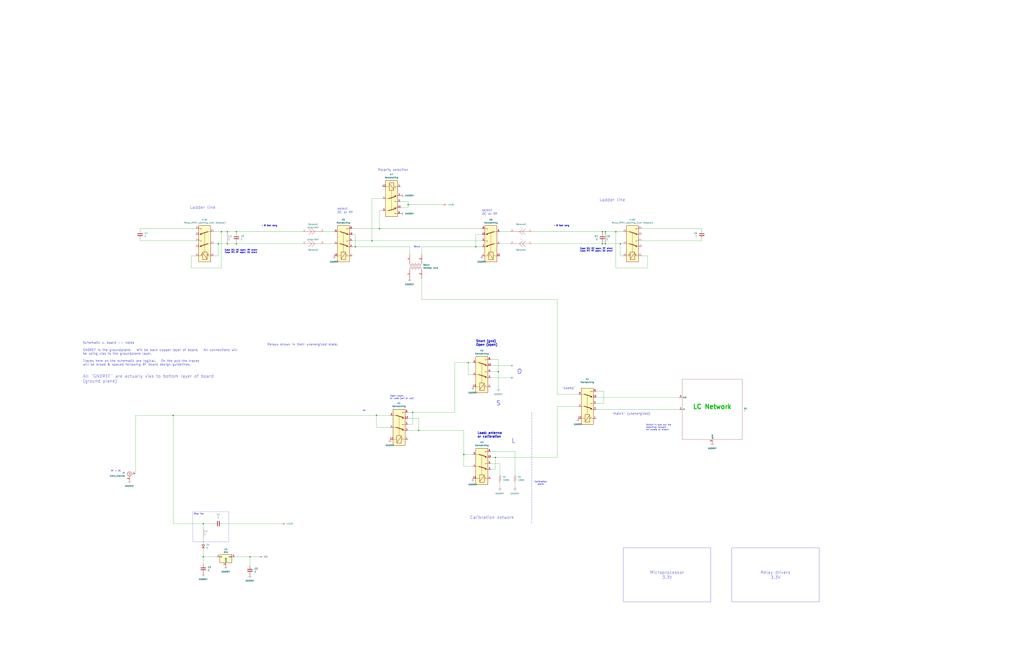
<source format=kicad_sch>
(kicad_sch (version 20250114) (generator "eeschema") (generator_version "9.0")
  (paper "D")
  (title_block (title "Gap Dipole") (comment 1 "Working on it"))
  (lib_symbols
    (symbol "Connector:Conn_Coaxial" (pin_names (offset 1.016) (hide yes))
      (property "Reference" "J" (at 0.254 3.048 0))
      (property "Value" "Conn_Coaxial" (at 2.921 0 90))
      (symbol "Conn_Coaxial_0_1"
        (polyline (pts (xy -2.54 0) (xy -0.508 0)))
        (arc (start 1.778 0) (mid 0.222 -1.8079) (end -1.778 -0.508) (stroke (width 0.254)))
        (arc (start -1.778 0.508) (mid 0.2221 1.8084) (end 1.778 0) (stroke (width 0.254)))
        (circle (center 0 0) (radius 0.508) (stroke (width 0.2032)))
        (polyline (pts (xy 0 -2.54) (xy 0 -1.778)))
      )
      (symbol "Conn_Coaxial_1_1"
        (pin passive line (at -5.08 0 0) (length 2.54) (name "In") (number "1"))
        (pin passive line (at 0 -5.08 90) (length 2.54) (name "Ext") (number "2"))
      )
    )
    (symbol "Device:C" (pin_numbers (hide yes)) (pin_names (offset 0.254))
      (property "Reference" "C" (at 0.635 2.54 0))
      (property "Value" "C" (at 0.635 -2.54 0))
      (symbol "C_0_1"
        (polyline (pts (xy -2.032 0.762) (xy 2.032 0.762)) (stroke (width 0.508)))
        (polyline (pts (xy -2.032 -0.762) (xy 2.032 -0.762)) (stroke (width 0.508)))
      )
      (symbol "C_1_1"
        (pin passive line (at 0 3.81 270) (length 2.794) (name "~") (number "1"))
        (pin passive line (at 0 -3.81 90) (length 2.794) (name "~") (number "2"))
      )
    )
    (symbol "Device:D" (pin_numbers (hide yes)) (pin_names (offset 1.016) (hide yes))
      (property "Reference" "D" (at 0 2.54 0))
      (property "Value" "D" (at 0 -2.54 0))
      (symbol "D_0_1"
        (polyline (pts (xy -1.27 1.27) (xy -1.27 -1.27)) (stroke (width 0.254)))
        (polyline (pts (xy 1.27 1.27) (xy 1.27 -1.27) (xy -1.27 0) (xy 1.27 1.27)) (stroke (width 0.254)))
        (polyline (pts (xy 1.27 0) (xy -1.27 0)))
      )
      (symbol "D_1_1"
        (pin passive line (at -3.81 0 0) (length 2.54) (name "K") (number "1"))
        (pin passive line (at 3.81 0 180) (length 2.54) (name "A") (number "2"))
      )
    )
    (symbol "Device:L" (pin_numbers (hide yes)) (pin_names (offset 1.016) (hide yes))
      (property "Reference" "L" (at -1.27 0 90))
      (property "Value" "L" (at 1.905 0 90))
      (symbol "L_0_1"
        (arc (start 0 2.54) (mid 0.6323 1.905) (end 0 1.27))
        (arc (start 0 1.27) (mid 0.6323 0.635) (end 0 0))
        (arc (start 0 0) (mid 0.6323 -0.635) (end 0 -1.27))
        (arc (start 0 -1.27) (mid 0.6323 -1.905) (end 0 -2.54))
      )
      (symbol "L_1_1"
        (pin passive line (at 0 3.81 270) (length 1.27) (name "1") (number "1"))
        (pin passive line (at 0 -3.81 90) (length 1.27) (name "2") (number "2"))
      )
    )
    (symbol "Device:R_US" (pin_numbers (hide yes)) (pin_names (offset 0))
      (property "Reference" "R" (at 2.54 0 90))
      (property "Value" "R_US" (at -2.54 0 90))
      (symbol "R_US_0_1"
        (polyline (pts (xy 0 2.286) (xy 0 2.54)))
        (polyline (pts (xy 0 2.286) (xy 1.016 1.905) (xy 0 1.524) (xy -1.016 1.143) (xy 0 0.762)))
        (polyline (pts (xy 0 0.762) (xy 1.016 0.381) (xy 0 0) (xy -1.016 -0.381) (xy 0 -0.762)))
        (polyline (pts (xy 0 -0.762) (xy 1.016 -1.143) (xy 0 -1.524) (xy -1.016 -1.905) (xy 0 -2.286)))
        (polyline (pts (xy 0 -2.286) (xy 0 -2.54)))
      )
      (symbol "R_US_1_1"
        (pin passive line (at 0 3.81 270) (length 1.27) (name "~") (number "1"))
        (pin passive line (at 0 -3.81 90) (length 1.27) (name "~") (number "2"))
      )
    )
    (symbol "Device:Transformer_1P_1S" (pin_names (offset 1.016) (hide yes))
      (property "Reference" "T" (at 0 6.35 0))
      (property "Value" "Transformer_1P_1S" (at 0 -7.62 0))
      (symbol "Transformer_1P_1S_0_1"
        (arc (start -1.27 3.81) (mid -1.656 2.9336) (end -2.54 2.5654))
        (arc (start -1.27 1.27) (mid -1.656 0.3936) (end -2.54 0.0254))
        (arc (start -1.27 -1.27) (mid -1.656 -2.1464) (end -2.54 -2.5146))
        (arc (start -1.27 -3.81) (mid -1.656 -4.6864) (end -2.54 -5.0546))
        (arc (start -2.54 5.08) (mid -1.642 4.708) (end -1.27 3.81))
        (arc (start -2.54 2.54) (mid -1.642 2.168) (end -1.27 1.27))
        (arc (start -2.54 0) (mid -1.642 -0.372) (end -1.27 -1.27))
        (arc (start -2.54 -2.54) (mid -1.642 -2.912) (end -1.27 -3.81))
        (polyline (pts (xy -0.635 5.08) (xy -0.635 -5.08)))
        (polyline (pts (xy 0.635 -5.08) (xy 0.635 5.08)))
        (arc (start 1.2954 3.81) (mid 1.6457 4.7117) (end 2.54 5.08))
        (arc (start 1.2954 1.27) (mid 1.6457 2.1717) (end 2.54 2.54))
        (arc (start 1.2954 -1.27) (mid 1.6457 -0.3683) (end 2.54 0))
        (arc (start 2.54 2.5654) (mid 1.6599 2.9299) (end 1.2954 3.81))
        (arc (start 2.54 0.0254) (mid 1.6599 0.3899) (end 1.2954 1.27))
        (arc (start 2.54 -2.5146) (mid 1.6599 -2.1501) (end 1.2954 -1.27))
        (arc (start 1.3208 -3.81) (mid 1.6711 -2.9085) (end 2.5654 -2.54))
        (arc (start 2.5654 -5.0546) (mid 1.6851 -4.6902) (end 1.3208 -3.81))
      )
      (symbol "Transformer_1P_1S_1_1"
        (pin passive line (at -10.16 5.08 0) (length 7.62) (name "AA") (number "1"))
        (pin passive line (at -10.16 -5.08 0) (length 7.62) (name "AB") (number "2"))
        (pin passive line (at 10.16 5.08 180) (length 7.62) (name "SB") (number "4"))
        (pin passive line (at 10.16 -5.08 180) (length 7.62) (name "SA") (number "3"))
      )
    )
    (symbol "GapDipoleSymbols:Banana"
      (property "Reference" "Banana" (at 0 0 0))
      (symbol "Banana_0_1"
        (polyline (pts (xy -5.08 -5.08) (xy 7.62 -5.08)))
        (polyline (pts (xy 0 -5.08) (xy -2.54 -2.54)))
        (polyline (pts (xy 0 -5.08) (xy -2.54 -7.62)))
        (polyline (pts (xy 2.54 -5.08) (xy 0 -2.54)))
        (polyline (pts (xy 2.54 -5.08) (xy 0 -7.62)))
      )
      (symbol "Banana_1_1"
        (pin bidirectional line (at -7.62 -5.08 0) (length 2.54) (name "") (number "1"))
        (pin bidirectional line (at 10.16 -5.08 180) (length 2.54) (name "") (number "2"))
      )
    )
    (symbol "GapDipoleSymbols:Generic_device"
      (property "Reference" "G1" (at 26.67 0.6351 0))
      (property "Value" "~" (at 26.67 -1.27 0))
      (symbol "Generic_device_0_1"
        (rectangle (start -25.4 25.4) (end 25.4 -25.4))
      )
      (symbol "Generic_device_1_1"
        (text "LC Network" (at 0 2.286 0) (effects (font (size 3.81 3.81) (thickness 0.762) (bold yes))))
        (pin output line (at -27.94 10.16 0) (length 2.54) (name "out") (number "2"))
        (pin input line (at -27.94 0 0) (length 2.54) (name "in") (number "1"))
        (pin bidirectional line (at 0 -27.94 90) (length 2.54) (name "gnd") (number "3"))
      )
    )
    (symbol "Regulator_Linear:LM7805_TO220" (pin_names (offset 0.254))
      (property "Reference" "U" (at -3.81 3.175 0))
      (property "Value" "LM7805_TO220" (at 0 3.175 0))
      (symbol "LM7805_TO220_0_1"
        (rectangle (start -5.08 1.905) (end 5.08 -5.08) (stroke (width 0.254)) (fill (type background)))
      )
      (symbol "LM7805_TO220_1_1"
        (pin power_in line (at -7.62 0 0) (length 2.54) (name "VI") (number "1"))
        (pin power_in line (at 0 -7.62 90) (length 2.54) (name "GND") (number "2"))
        (pin power_out line (at 7.62 0 180) (length 2.54) (name "VO") (number "3"))
      )
    )
    (symbol "Relay:EC2-3NU"
      (property "Reference" "K" (at 15.24 8.89 0))
      (property "Value" "EC2-3NU" (at 19.05 6.35 0))
      (symbol "EC2-3NU_1_1"
        (rectangle (start -15.24 5.08) (end 15.24 -5.08) (stroke (width 0.254)) (fill (type background)))
        (rectangle (start -13.335 1.905) (end -6.985 -1.905) (stroke (width 0.254)))
        (polyline (pts (xy -12.7 -1.905) (xy -7.62 1.905)) (stroke (width 0.254)))
        (polyline (pts (xy -10.16 5.08) (xy -10.16 1.905)))
        (polyline (pts (xy -10.16 -5.08) (xy -10.16 -1.905)))
        (polyline (pts (xy -6.985 0) (xy -6.35 0)) (stroke (width 0.254)))
        (polyline (pts (xy -5.715 0) (xy -5.08 0)) (stroke (width 0.254)))
        (polyline (pts (xy -4.445 0) (xy -3.81 0)) (stroke (width 0.254)))
        (polyline (pts (xy -3.175 0) (xy -2.54 0)) (stroke (width 0.254)))
        (polyline (pts (xy -2.54 5.08) (xy -2.54 2.54) (xy -1.905 3.175) (xy -2.54 3.81)) (fill (type outline)))
        (polyline (pts (xy -1.905 0) (xy -1.27 0)) (stroke (width 0.254)))
        (polyline (pts (xy -0.635 0) (xy 0 0)) (stroke (width 0.254)))
        (polyline (pts (xy 0 -2.54) (xy -1.905 3.81)) (stroke (width 0.508)))
        (polyline (pts (xy 0 -2.54) (xy 0 -5.08)))
        (polyline (pts (xy 0.635 0) (xy 1.27 0)) (stroke (width 0.254)))
        (polyline (pts (xy 1.905 0) (xy 2.54 0)) (stroke (width 0.254)))
        (polyline (pts (xy 2.54 5.08) (xy 2.54 2.54) (xy 1.905 3.175) (xy 2.54 3.81)))
        (polyline (pts (xy 3.175 0) (xy 3.81 0)) (stroke (width 0.254)))
        (polyline (pts (xy 4.445 0) (xy 5.08 0)) (stroke (width 0.254)))
        (polyline (pts (xy 5.715 0) (xy 6.35 0)) (stroke (width 0.254)))
        (polyline (pts (xy 6.985 0) (xy 7.62 0)) (stroke (width 0.254)))
        (polyline (pts (xy 7.62 5.08) (xy 7.62 2.54) (xy 8.255 3.175) (xy 7.62 3.81)) (fill (type outline)))
        (polyline (pts (xy 8.255 0) (xy 8.89 0)) (stroke (width 0.254)))
        (polyline (pts (xy 10.16 -2.54) (xy 8.255 3.81)) (stroke (width 0.508)))
        (polyline (pts (xy 10.16 -2.54) (xy 10.16 -5.08)))
        (polyline (pts (xy 12.7 5.08) (xy 12.7 2.54) (xy 12.065 3.175) (xy 12.7 3.81)))
        (text "+" (at -9.271 2.921 0) (effects (font (size 1.27 1.27))))
        (pin passive line (at -10.16 7.62 270) (length 2.54) (name "~") (number "1"))
        (pin passive line (at -10.16 -7.62 90) (length 2.54) (name "~") (number "12"))
        (pin passive line (at -2.54 7.62 270) (length 2.54) (name "~") (number "3"))
        (pin passive line (at 0 -7.62 90) (length 2.54) (name "~") (number "4"))
        (pin passive line (at 2.54 7.62 270) (length 2.54) (name "~") (number "5"))
        (pin passive line (at 7.62 7.62 270) (length 2.54) (name "~") (number "10"))
        (pin passive line (at 10.16 -7.62 90) (length 2.54) (name "~") (number "9"))
        (pin passive line (at 12.7 7.62 270) (length 2.54) (name "~") (number "8"))
      )
    )
    (symbol "Relay:Relay_DPDT_Latching_1coil"
      (property "Reference" "K" (at 16.51 3.81 0))
      (property "Value" "Relay_DPDT_Latching_1coil" (at 16.51 1.27 0))
      (symbol "Relay_DPDT_Latching_1coil_0_1"
        (rectangle (start -13.335 1.905) (end -6.985 -1.905) (stroke (width 0.254)))
        (polyline (pts (xy -12.7 -1.905) (xy -7.62 1.905)) (stroke (width 0.254)))
        (polyline (pts (xy -10.16 5.08) (xy -10.16 1.905)))
        (polyline (pts (xy -10.16 -5.08) (xy -10.16 -1.905)))
        (polyline (pts (xy -6.985 0) (xy -6.35 0)) (stroke (width 0.254)))
        (polyline (pts (xy -5.715 0) (xy -5.08 0)) (stroke (width 0.254)))
        (polyline (pts (xy -4.445 0) (xy -3.81 0)) (stroke (width 0.254)))
        (polyline (pts (xy -3.175 0) (xy -2.54 0)) (stroke (width 0.254)))
        (polyline (pts (xy -2.54 5.08) (xy -2.54 2.54) (xy -1.905 3.175) (xy -2.54 3.81)) (fill (type outline)))
        (polyline (pts (xy -1.905 0) (xy -1.27 0)) (stroke (width 0.254)))
        (polyline (pts (xy -0.635 0) (xy 0 0)) (stroke (width 0.254)))
        (polyline (pts (xy 0 -2.54) (xy -1.905 3.81)) (stroke (width 0.508)))
        (polyline (pts (xy 0 -2.54) (xy 0 -5.08)))
        (polyline (pts (xy 0.635 0) (xy 1.27 0)) (stroke (width 0.254)))
        (polyline (pts (xy 1.905 0) (xy 2.54 0)) (stroke (width 0.254)))
        (polyline (pts (xy 2.54 5.08) (xy 2.54 2.54) (xy 1.905 3.175) (xy 2.54 3.81)))
        (polyline (pts (xy 3.175 0) (xy 3.81 0)) (stroke (width 0.254)))
        (polyline (pts (xy 4.445 0) (xy 5.08 0)) (stroke (width 0.254)))
        (polyline (pts (xy 5.715 0) (xy 6.35 0)) (stroke (width 0.254)))
        (polyline (pts (xy 6.985 0) (xy 7.62 0)) (stroke (width 0.254)))
        (polyline (pts (xy 7.62 5.08) (xy 7.62 2.54) (xy 8.255 3.175) (xy 7.62 3.81)) (fill (type outline)))
        (polyline (pts (xy 8.255 0) (xy 8.89 0)) (stroke (width 0.254)))
        (polyline (pts (xy 10.16 -2.54) (xy 8.255 3.81)) (stroke (width 0.508)))
        (polyline (pts (xy 10.16 -2.54) (xy 10.16 -5.08)))
        (polyline (pts (xy 12.7 5.08) (xy 12.7 2.54) (xy 12.065 3.175) (xy 12.7 3.81)))
      )
      (symbol "Relay_DPDT_Latching_1coil_1_0"
        (text "S+" (at -8.89 2.794 0) (effects (font (size 0.762 0.762))))
        (text "R+" (at -8.89 -2.794 0) (effects (font (size 0.762 0.762))))
      )
      (symbol "Relay_DPDT_Latching_1coil_1_1"
        (rectangle (start -15.24 5.08) (end 15.24 -5.08) (stroke (width 0.254)) (fill (type background)))
        (pin passive line (at -10.16 7.62 270) (length 2.54) (name "~") (number "A1"))
        (pin passive line (at -10.16 -7.62 90) (length 2.54) (name "~") (number "A2"))
        (pin passive line (at -2.54 7.62 270) (length 2.54) (name "~") (number "12"))
        (pin passive line (at 0 -7.62 90) (length 2.54) (name "~") (number "11"))
        (pin passive line (at 2.54 7.62 270) (length 2.54) (name "~") (number "14"))
        (pin passive line (at 7.62 7.62 270) (length 2.54) (name "~") (number "22"))
        (pin passive line (at 10.16 -7.62 90) (length 2.54) (name "~") (number "21"))
        (pin passive line (at 12.7 7.62 270) (length 2.54) (name "~") (number "24"))
      )
    )
    (symbol "power:+3.3V" (power) (pin_numbers (hide yes)) (pin_names (offset 0) (hide yes))
      (property "Value" "+3.3V" (at 0 3.556 0))
      (symbol "+3.3V_0_1"
        (polyline (pts (xy -0.762 1.27) (xy 0 2.54)))
        (polyline (pts (xy 0 2.54) (xy 0.762 1.27)))
        (polyline (pts (xy 0 0) (xy 0 2.54)))
      )
      (symbol "+3.3V_1_1"
        (pin power_in line (at 0 0 90) (length 0) (name "~") (number "1"))
      )
    )
    (symbol "power:GNDREF" (power) (pin_numbers (hide yes)) (pin_names (offset 0) (hide yes))
      (property "Value" "GNDREF" (at 0 -3.81 0))
      (symbol "GNDREF_0_1"
        (polyline (pts (xy -0.635 -1.905) (xy 0.635 -1.905)))
        (polyline (pts (xy -0.127 -2.54) (xy 0.127 -2.54)))
        (polyline (pts (xy 0 -1.27) (xy 0 0)))
        (polyline (pts (xy 1.27 -1.27) (xy -1.27 -1.27)))
      )
      (symbol "GNDREF_1_1"
        (pin power_in line (at 0 0 270) (length 0) (name "~") (number "1"))
      )
    )
    (symbol "power:VDC" (power) (pin_numbers (hide yes)) (pin_names (offset 0) (hide yes))
      (property "Value" "VDC" (at 0 3.556 0))
      (symbol "VDC_0_1"
        (polyline (pts (xy -0.762 1.27) (xy 0 2.54)))
        (polyline (pts (xy 0 2.54) (xy 0.762 1.27)))
        (polyline (pts (xy 0 0) (xy 0 2.54)))
      )
      (symbol "VDC_1_1"
        (pin power_in line (at 0 0 90) (length 0) (name "~") (number "1"))
      )
    )
  )
  (text "Polarity selection" (at 318.77 143.51 0) (effects (font (size 1.905 1.905)) (justify left)))
  (text "Case DC: DC open, RF short\nCase RF: RF open, DC short" (at 502.92 210.82 0) (effects (font (size 1.27 1.27) (thickness 0.254) (bold yes))))
  (text "select\nDC or RF" (at 406.4 179.07 0) (effects (font (size 1.905 1.905)) (justify left)))
  (text "~ 8 feet long" (at 227.33 190.5 0) (effects (font (size 1.27 1.27) (thickness 0.254) (bold yes))))
  (text "Ladder line" (at 160.02 175.26 0) (effects (font (size 2.54 2.54)) (justify left)))
  (text "~ 8 feet long" (at 473.71 190.5 0) (effects (font (size 1.27 1.27) (thickness 0.254) (bold yes))))
  (text "Relays shown in their unenergized state." (at 255.27 290.83 0) (effects (font (size 1.905 1.905))))
  (text "\"sweep\"" (at 473.71 327.66 0) (effects (font (size 1.905 1.905)) (justify left)))
  (text "Calibration network" (at 396.24 436.88 0) (effects (font (size 2.54 2.54)) (justify left)))
  (text "select\nDC or RF" (at 284.48 177.8 0) (effects (font (size 1.905 1.905)) (justify left)))
  (text "All \"GNDREF\" are actually vias to bottom layer of board\n(ground plane)" (at 69.85 316.23 0) (effects (font (size 2.54 2.54)) (justify left top)))
  (text "RF" (at 306.07 346.71 0) (effects (font (size 1.27 1.27)) (justify left)))
  (text "Switch in and out the\nmatching network\nfor sweep or match" (at 544.83 360.68 0) (effects (font (size 1.27 1.27)) (justify left)))
  (text "Schematic v. board -- notes\n\nGNDREF is the groundplane.   Will be back copper layer of board.   All connections will \nbe using vias to the groundplane layer.\n\nTraces here on the schematic are logical.   On the pcb the traces\nwill be broad & spaced following RF board design guidelines." (at 69.85 288.29 0) (effects (font (size 1.905 1.905)) (justify left top)))
  (text "S" (at 420.37 340.36 0) (effects (font (size 3.81 3.81) (thickness 0.254) (bold yes))))
  (text "O" (at 438.15 313.69 0) (effects (font (size 3.81 3.81) (thickness 0.254) (bold yes))))
  (text "Balun" (at 351.79 208.28 0) (effects (font (size 1.27 1.27))))
  (text "L" (at 433.07 372.11 0) (effects (font (size 3.81 3.81) (thickness 0.254) (bold yes))))
  (text "Case DC: DC open, RF short\nCase RF: RF open, DC short" (at 203.2 212.09 0) (effects (font (size 1.27 1.27) (thickness 0.254) (bold yes))))
  (text "\"match\" (unenergized)" (at 515.62 349.25 0) (effects (font (size 1.905 1.905)) (justify left)))
  (text "Open-short\nor Load (ant or cal)" (at 328.93 335.28 0) (effects (font (size 1.27 1.27)) (justify left)))
  (text "Calibration\nplane" (at 455.93 407.67 0) (effects (font (size 1.27 1.27) (thickness 0.1588) (italic yes))))
  (text "RF + DC" (at 97.79 397.51 0) (effects (font (size 1.27 1.27))))
  (text "Load: antenna\nor calibration" (at 402.59 367.03 0) (effects (font (size 1.905 1.905) (thickness 0.381) (bold yes)) (justify left)))
  (text "Ladder line" (at 505.46 168.91 0) (effects (font (size 2.54 2.54)) (justify left)))
  (text "Short (gnd)\nOpen (open)" (at 401.32 289.56 0) (effects (font (size 1.905 1.905) (thickness 0.381) (bold yes)) (justify left)))
  (text_box "Bias Tee" (at 162.56 431.8 0) (size 30.48 25.4) (margins 0.9525 0.9525 0.9525 0.9525) (stroke (width 0.127) (type dash)) (effects (font (size 1.27 1.27)) (justify left top)))
  (text_box "Relay drivers\n3.3V" (at 617.22 462.28 0) (size 73.66 45.72) (margins 0.9525 0.9525 0.9525 0.9525) (effects (font (size 2.54 2.54))))
  (text_box "Microprocessor\n3.3V" (at 525.78 462.28 0) (size 73.66 45.72) (margins 0.9525 0.9525 0.9525 0.9525) (effects (font (size 2.54 2.54))))
  (junction (at 191.77 195.58))
  (junction (at 510.54 205.74))
  (junction (at 401.32 208.28))
  (junction (at 391.16 383.54))
  (junction (at 347.98 347.98))
  (junction (at 420.37 313.69))
  (junction (at 313.69 203.2))
  (junction (at 519.43 195.58))
  (junction (at 191.77 205.74))
  (junction (at 171.45 441.96))
  (junction (at 320.04 193.04))
  (junction (at 184.15 205.74))
  (junction (at 171.45 469.9))
  (junction (at 508 205.74))
  (junction (at 299.72 208.28))
  (junction (at 210.82 469.9))
  (junction (at 353.06 363.22))
  (junction (at 199.39 195.58))
  (junction (at 317.5 350.52))
  (junction (at 417.83 386.08))
  (junction (at 508 195.58))
  (junction (at 199.39 205.74))
  (junction (at 146.05 350.52))
  (junction (at 186.69 195.58))
  (junction (at 523.24 205.74))
  (junction (at 510.54 195.58))
  (junction (at 344.17 172.72))
  (junction (at 394.97 306.07))
  (no_connect (at 431.8 318.77))
  (no_connect (at 431.8 308.61))
  (wire (pts (xy 508 204.47) (xy 508 205.74)))
  (wire (pts (xy 523.24 205.74) (xy 510.54 205.74)))
  (wire (pts (xy 114.3 350.52) (xy 146.05 350.52)))
  (wire (pts (xy 344.17 172.72) (xy 344.17 175.26)))
  (wire (pts (xy 487.68 332.74) (xy 469.9 332.74)))
  (wire (pts (xy 502.92 345.44) (xy 572.77 345.44)))
  (wire (pts (xy 510.54 205.74) (xy 508 205.74)))
  (wire (pts (xy 344.17 172.72) (xy 373.38 172.72)))
  (wire (pts (xy 510.54 195.58) (xy 510.54 196.85)))
  (wire (pts (xy 347.98 347.98) (xy 347.98 358.14)))
  (wire (pts (xy 322.58 167.64) (xy 313.69 167.64)))
  (wire (pts (xy 430.53 195.58) (xy 421.64 195.58)))
  (wire (pts (xy 171.45 441.96) (xy 171.45 445.77)))
  (wire (pts (xy 347.98 347.98) (xy 383.54 347.98)))
  (wire (pts (xy 118.11 193.04) (xy 118.11 194.31)))
  (wire (pts (xy 519.43 195.58) (xy 510.54 195.58)))
  (wire (pts (xy 469.9 342.9) (xy 469.9 386.08)))
  (wire (pts (xy 353.06 353.06) (xy 353.06 363.22)))
  (wire (pts (xy 414.02 381) (xy 434.34 381)))
  (wire (pts (xy 394.97 316.23) (xy 398.78 316.23)))
  (wire (pts (xy 344.17 347.98) (xy 347.98 347.98)))
  (wire (pts (xy 448.31 195.58) (xy 508 195.58)))
  (wire (pts (xy 525.78 195.58) (xy 519.43 195.58)))
  (wire (pts (xy 394.97 306.07) (xy 394.97 316.23)))
  (wire (pts (xy 510.54 195.58) (xy 508 195.58)))
  (wire (pts (xy 297.18 193.04) (xy 320.04 193.04)))
  (wire (pts (xy 344.17 358.14) (xy 347.98 358.14)))
  (wire (pts (xy 180.34 205.74) (xy 184.15 205.74)))
  (wire (pts (xy 355.6 234.95) (xy 355.6 252.73)))
  (wire (pts (xy 391.16 383.54) (xy 391.16 393.7)))
  (wire (pts (xy 519.43 226.06) (xy 546.1 226.06)))
  (wire (pts (xy 337.82 175.26) (xy 344.17 175.26)))
  (wire (pts (xy 337.82 170.18) (xy 344.17 170.18)))
  (polyline (pts (xy 448.31 347.98) (xy 448.31 441.96)) (stroke (width 0) (type dash)))
  (wire (pts (xy 180.34 215.9) (xy 184.15 215.9)))
  (wire (pts (xy 161.29 215.9) (xy 165.1 215.9)))
  (wire (pts (xy 297.18 198.12) (xy 299.72 198.12)))
  (wire (pts (xy 414.02 303.53) (xy 420.37 303.53)))
  (wire (pts (xy 171.45 441.96) (xy 180.34 441.96)))
  (wire (pts (xy 355.6 214.63) (xy 355.6 208.28)))
  (wire (pts (xy 417.83 386.08) (xy 469.9 386.08)))
  (wire (pts (xy 502.92 335.28) (xy 572.77 335.28)))
  (wire (pts (xy 401.32 198.12) (xy 401.32 208.28)))
  (wire (pts (xy 406.4 198.12) (xy 401.32 198.12)))
  (wire (pts (xy 431.8 318.77) (xy 414.02 318.77)))
  (wire (pts (xy 344.17 353.06) (xy 353.06 353.06)))
  (wire (pts (xy 146.05 350.52) (xy 146.05 441.96)))
  (wire (pts (xy 434.34 381) (xy 434.34 400.05)))
  (wire (pts (xy 191.77 195.58) (xy 199.39 195.58)))
  (wire (pts (xy 317.5 360.68) (xy 317.5 350.52)))
  (wire (pts (xy 525.78 205.74) (xy 523.24 205.74)))
  (wire (pts (xy 313.69 167.64) (xy 313.69 203.2)))
  (wire (pts (xy 180.34 195.58) (xy 186.69 195.58)))
  (wire (pts (xy 210.82 469.9) (xy 218.44 469.9)))
  (wire (pts (xy 186.69 195.58) (xy 191.77 195.58)))
  (wire (pts (xy 344.17 170.18) (xy 344.17 172.72)))
  (wire (pts (xy 383.54 306.07) (xy 394.97 306.07)))
  (wire (pts (xy 171.45 464.82) (xy 171.45 469.9)))
  (wire (pts (xy 469.9 342.9) (xy 487.68 342.9)))
  (wire (pts (xy 414.02 396.24) (xy 417.83 396.24)))
  (wire (pts (xy 184.15 205.74) (xy 184.15 215.9)))
  (wire (pts (xy 191.77 205.74) (xy 199.39 205.74)))
  (wire (pts (xy 434.34 407.67) (xy 434.34 411.48)))
  (wire (pts (xy 186.69 195.58) (xy 186.69 226.06)))
  (wire (pts (xy 210.82 469.9) (xy 210.82 477.52)))
  (wire (pts (xy 322.58 177.8) (xy 320.04 177.8)))
  (wire (pts (xy 430.53 205.74) (xy 421.64 205.74)))
  (wire (pts (xy 191.77 204.47) (xy 191.77 205.74)))
  (wire (pts (xy 591.82 201.93) (xy 591.82 203.2)))
  (wire (pts (xy 431.8 308.61) (xy 414.02 308.61)))
  (wire (pts (xy 508 195.58) (xy 508 196.85)))
  (wire (pts (xy 199.39 195.58) (xy 255.27 195.58)))
  (wire (pts (xy 523.24 215.9) (xy 525.78 215.9)))
  (wire (pts (xy 414.02 386.08) (xy 417.83 386.08)))
  (wire (pts (xy 146.05 350.52) (xy 317.5 350.52)))
  (wire (pts (xy 345.44 208.28) (xy 345.44 214.63)))
  (wire (pts (xy 118.11 203.2) (xy 165.1 203.2)))
  (wire (pts (xy 355.6 208.28) (xy 401.32 208.28)))
  (wire (pts (xy 320.04 177.8) (xy 320.04 193.04)))
  (wire (pts (xy 510.54 204.47) (xy 510.54 205.74)))
  (wire (pts (xy 299.72 208.28) (xy 297.18 208.28)))
  (wire (pts (xy 273.05 205.74) (xy 281.94 205.74)))
  (wire (pts (xy 414.02 313.69) (xy 420.37 313.69)))
  (wire (pts (xy 391.16 393.7) (xy 398.78 393.7)))
  (wire (pts (xy 591.82 203.2) (xy 541.02 203.2)))
  (wire (pts (xy 171.45 469.9) (xy 182.88 469.9)))
  (wire (pts (xy 523.24 205.74) (xy 523.24 215.9)))
  (wire (pts (xy 199.39 195.58) (xy 199.39 196.85)))
  (wire (pts (xy 591.82 193.04) (xy 591.82 194.31)))
  (wire (pts (xy 161.29 226.06) (xy 161.29 215.9)))
  (wire (pts (xy 171.45 453.39) (xy 171.45 457.2)))
  (wire (pts (xy 421.64 407.67) (xy 421.64 411.48)))
  (wire (pts (xy 199.39 205.74) (xy 255.27 205.74)))
  (wire (pts (xy 114.3 350.52) (xy 114.3 400.05)))
  (wire (pts (xy 313.69 203.2) (xy 406.4 203.2)))
  (wire (pts (xy 297.18 203.2) (xy 313.69 203.2)))
  (wire (pts (xy 546.1 226.06) (xy 546.1 215.9)))
  (wire (pts (xy 401.32 208.28) (xy 406.4 208.28)))
  (wire (pts (xy 417.83 386.08) (xy 417.83 396.24)))
  (wire (pts (xy 187.96 441.96) (xy 237.49 441.96)))
  (wire (pts (xy 199.39 204.47) (xy 199.39 205.74)))
  (wire (pts (xy 273.05 195.58) (xy 281.94 195.58)))
  (wire (pts (xy 502.92 330.2) (xy 509.27 330.2)))
  (wire (pts (xy 146.05 441.96) (xy 171.45 441.96)))
  (wire (pts (xy 546.1 215.9) (xy 541.02 215.9)))
  (wire (pts (xy 502.92 340.36) (xy 509.27 340.36)))
  (wire (pts (xy 420.37 303.53) (xy 420.37 313.69)))
  (wire (pts (xy 198.12 469.9) (xy 210.82 469.9)))
  (wire (pts (xy 184.15 205.74) (xy 191.77 205.74)))
  (wire (pts (xy 421.64 391.16) (xy 421.64 400.05)))
  (wire (pts (xy 420.37 327.66) (xy 420.37 313.69)))
  (wire (pts (xy 469.9 252.73) (xy 469.9 332.74)))
  (wire (pts (xy 186.69 226.06) (xy 161.29 226.06)))
  (wire (pts (xy 448.31 205.74) (xy 508 205.74)))
  (wire (pts (xy 509.27 340.36) (xy 509.27 330.2)))
  (wire (pts (xy 328.93 360.68) (xy 317.5 360.68)))
  (wire (pts (xy 591.82 193.04) (xy 541.02 193.04)))
  (wire (pts (xy 299.72 198.12) (xy 299.72 208.28)))
  (wire (pts (xy 118.11 201.93) (xy 118.11 203.2)))
  (wire (pts (xy 118.11 193.04) (xy 165.1 193.04)))
  (wire (pts (xy 469.9 252.73) (xy 355.6 252.73)))
  (wire (pts (xy 320.04 193.04) (xy 406.4 193.04)))
  (wire (pts (xy 391.16 363.22) (xy 391.16 383.54)))
  (wire (pts (xy 171.45 469.9) (xy 171.45 476.25)))
  (wire (pts (xy 414.02 391.16) (xy 421.64 391.16)))
  (wire (pts (xy 191.77 195.58) (xy 191.77 196.85)))
  (wire (pts (xy 299.72 208.28) (xy 345.44 208.28)))
  (wire (pts (xy 391.16 383.54) (xy 398.78 383.54)))
  (wire (pts (xy 394.97 306.07) (xy 398.78 306.07)))
  (wire (pts (xy 383.54 347.98) (xy 383.54 306.07)))
  (wire (pts (xy 317.5 350.52) (xy 328.93 350.52)))
  (wire (pts (xy 519.43 195.58) (xy 519.43 226.06)))
  (wire (pts (xy 353.06 363.22) (xy 391.16 363.22)))
  (wire (pts (xy 344.17 363.22) (xy 353.06 363.22)))
  (symbol (lib_id "Device:R_US") (at 434.34 403.86 0) (unit 1)
    (property "Reference" "R2" (at 436.88 402.5899 0) (effects (justify left)))
    (property "Value" "100Ω" (at 436.88 405.1299 0) (effects (justify left)))
    (property "Description" "Resistor, US symbol" (effects (hide yes)))
  )
  (symbol (lib_id "power:GNDREF") (at 421.64 411.48 0) (unit 1)
    (property "Reference" "#PWR09" (effects (hide yes)))
    (property "Value" "GNDREF" (at 421.64 416.56 0))
    (property "Description" "Power symbol creates a global label with name \"GNDREF\" , reference supply ground" (effects (hide yes)))
  )
  (symbol (lib_id "power:GNDREF") (at 406.4 215.9 0) (unit 1)
    (property "Reference" "#PWR020" (effects (hide yes)))
    (property "Value" "GNDREF" (at 406.4 220.98 0))
    (property "Description" "Power symbol creates a global label with name \"GNDREF\" , reference supply ground" (effects (hide yes)))
  )
  (symbol (lib_id "power:+3.3V") (at 237.49 441.96 270) (unit 1)
    (property "Reference" "#PWR08" (effects (hide yes)))
    (property "Value" "+3.3V" (at 241.3 441.9599 90) (effects (justify left)))
    (property "Description" "Power symbol creates a global label with name \"+3.3V\"" (effects (hide yes)))
  )
  (symbol (lib_id "power:GNDREF") (at 487.68 353.06 0) (unit 1)
    (property "Reference" "#PWR018" (effects (hide yes)))
    (property "Value" "GNDREF" (at 487.68 358.14 0))
    (property "Description" "Power symbol creates a global label with name \"GNDREF\" , reference supply ground" (effects (hide yes)))
  )
  (symbol (lib_id "Connector:Conn_Coaxial") (at 109.22 400.05 0) (mirror y) (unit 1)
    (property "Reference" "J1" (at 105.41 399.0731 0) (effects (justify left)))
    (property "Value" "Conn_Coaxial" (at 105.41 401.6131 0) (effects (justify left)))
    (property "Description" "coaxial connector (BNC, SMA, SMB, SMC, Cinch/RCA, LEMO, ...)" (effects (hide yes)))
  )
  (symbol (lib_id "Device:C") (at 118.11 198.12 0) (unit 1)
    (property "Reference" "C4" (at 121.92 196.8499 0) (effects (justify left)))
    (property "Value" "C" (at 121.92 199.3899 0) (effects (justify left)))
    (property "Description" "Unpolarized capacitor" (effects (hide yes)))
  )
  (symbol (lib_id "Device:D") (at 171.45 461.01 90) (unit 1)
    (property "Reference" "D1" (at 173.99 459.7399 90) (effects (justify right)))
    (property "Value" "D" (at 173.99 462.2799 90) (effects (justify right)))
    (property "Description" "Diode" (effects (hide yes)))
    (property "Sim.Device" "D" (effects (hide yes)))
    (property "Sim.Pins" "1=K 2=A" (effects (hide yes)))
  )
  (symbol (lib_id "power:VDC") (at 218.44 469.9 270) (unit 1)
    (property "Reference" "#PWR01" (effects (hide yes)))
    (property "Value" "VDC" (at 222.25 469.8999 90) (effects (justify left)))
    (property "Description" "Power symbol creates a global label with name \"VDC\"" (effects (hide yes)))
  )
  (symbol (lib_id "power:GNDREF") (at 600.71 373.38 0) (unit 1)
    (property "Reference" "#PWR014" (effects (hide yes)))
    (property "Value" "GNDREF" (at 600.71 378.46 0))
    (property "Description" "Power symbol creates a global label with name \"GNDREF\" , reference supply ground" (effects (hide yes)))
  )
  (symbol (lib_id "GapDipoleSymbols:Generic_device") (at 600.71 345.44 0) (unit 1)
    (property "Reference" "G1" (at 627.38 344.8049 0) (effects (justify left)))
    (property "Value" "~" (at 627.38 346.71 0) (effects (justify left)))
  )
  (symbol (lib_id "GapDipoleSymbols:Banana") (at 440.69 200.66 0) (mirror y) (unit 1)
    (property "Reference" "Banana4" (at 439.42 210.82 0))
    (property "Value" "~" (at 439.42 201.93 0))
  )
  (symbol (lib_id "power:GNDREF") (at 109.22 405.13 0) (unit 1)
    (property "Reference" "#PWR02" (effects (hide yes)))
    (property "Value" "GNDREF" (at 109.22 410.21 0))
    (property "Description" "Power symbol creates a global label with name \"GNDREF\" , reference supply ground" (effects (hide yes)))
  )
  (symbol (lib_id "Device:L") (at 191.77 200.66 0) (unit 1)
    (property "Reference" "L2" (at 193.04 199.3899 0) (effects (justify left)))
    (property "Value" "L" (at 193.04 201.9299 0) (effects (justify left)))
    (property "Description" "Inductor" (effects (hide yes)))
  )
  (symbol (lib_id "Device:L") (at 510.54 200.66 0) (unit 1)
    (property "Reference" "L3" (at 511.81 199.3899 0) (effects (justify left)))
    (property "Value" "L" (at 511.81 201.9299 0) (effects (justify left)))
    (property "Description" "Inductor" (effects (hide yes)))
  )
  (symbol (lib_id "power:GNDREF") (at 398.78 326.39 0) (unit 1)
    (property "Reference" "#PWR017" (effects (hide yes)))
    (property "Value" "GNDREF" (at 398.78 331.47 0))
    (property "Description" "Power symbol creates a global label with name \"GNDREF\" , reference supply ground" (effects (hide yes)))
  )
  (symbol (lib_id "power:GNDREF") (at 281.94 215.9 0) (unit 1)
    (property "Reference" "#PWR019" (effects (hide yes)))
    (property "Value" "GNDREF" (at 281.94 220.98 0))
    (property "Description" "Power symbol creates a global label with name \"GNDREF\" , reference supply ground" (effects (hide yes)))
  )
  (symbol (lib_id "Device:C") (at 171.45 480.06 0) (unit 1)
    (property "Reference" "C2" (at 175.26 478.7899 0) (effects (justify left)))
    (property "Value" "C" (at 175.26 481.3299 0) (effects (justify left)))
    (property "Description" "Unpolarized capacitor" (effects (hide yes)))
  )
  (symbol (lib_id "Relay:EC2-3NU") (at 336.55 360.68 270) (mirror x) (unit 1)
    (property "Reference" "K1" (at 336.55 340.36 90))
    (property "Value" "Nonlatching" (at 336.55 342.9 90))
    (property "Footprint" "Relay_THT:Relay_DPDT_Kemet_EC2_NU" (effects (hide yes)))
    (property "Datasheet" "https://content.kemet.com/datasheets/KEM_R7002_EC2_EE2.pdf" (effects (hide yes)))
    (property "Description" "General purpose signal relay, Kemet EC2 Series, DPDT (2 Form C), non-latching, through hole, 60W/125VA, 220VDC/250VAC, 2A, 3V DC coil" (effects (hide yes)))
  )
  (symbol (lib_id "Relay:EC2-3NU") (at 330.2 167.64 270) (unit 1)
    (property "Reference" "K7" (at 330.2 147.32 90))
    (property "Value" "Nonlatching" (at 330.2 149.86 90))
    (property "Footprint" "Relay_THT:Relay_DPDT_Kemet_EC2_NU" (effects (hide yes)))
    (property "Datasheet" "https://content.kemet.com/datasheets/KEM_R7002_EC2_EE2.pdf" (effects (hide yes)))
    (property "Description" "General purpose signal relay, Kemet EC2 Series, DPDT (2 Form C), non-latching, through hole, 60W/125VA, 220VDC/250VAC, 2A, 3V DC coil" (effects (hide yes)))
  )
  (symbol (lib_id "power:GNDREF") (at 328.93 370.84 0) (unit 1)
    (property "Reference" "#PWR015" (effects (hide yes)))
    (property "Value" "GNDREF" (at 328.93 375.92 0))
    (property "Description" "Power symbol creates a global label with name \"GNDREF\" , reference supply ground" (effects (hide yes)))
  )
  (symbol (lib_id "power:GNDREF") (at 420.37 327.66 0) (unit 1)
    (property "Reference" "#PWR010" (effects (hide yes)))
    (property "Value" "GNDREF" (at 420.37 332.74 0))
    (property "Description" "Power symbol creates a global label with name \"GNDREF\" , reference supply ground" (effects (hide yes)))
  )
  (symbol (lib_id "Relay:EC2-3NU") (at 406.4 393.7 270) (mirror x) (unit 1)
    (property "Reference" "K3" (at 406.4 373.38 90))
    (property "Value" "Nonlatching" (at 406.4 375.92 90))
    (property "Footprint" "Relay_THT:Relay_DPDT_Kemet_EC2_NU" (effects (hide yes)))
    (property "Datasheet" "https://content.kemet.com/datasheets/KEM_R7002_EC2_EE2.pdf" (effects (hide yes)))
    (property "Description" "General purpose signal relay, Kemet EC2 Series, DPDT (2 Form C), non-latching, through hole, 60W/125VA, 220VDC/250VAC, 2A, 3V DC coil" (effects (hide yes)))
  )
  (symbol (lib_id "Device:L") (at 171.45 449.58 0) (unit 1)
    (property "Reference" "L1" (at 172.72 448.3099 0) (effects (justify left)))
    (property "Value" "L" (at 172.72 450.8499 0) (effects (justify left)))
    (property "Description" "Inductor" (effects (hide yes)))
  )
  (symbol (lib_id "GapDipoleSymbols:Banana") (at 262.89 190.5 0) (unit 1)
    (property "Reference" "Banana1" (at 264.16 189.23 0))
    (property "Value" "plug+jack" (at 264.16 191.77 0))
  )
  (symbol (lib_id "power:GNDREF") (at 337.82 180.34 90) (unit 1)
    (property "Reference" "#PWR013" (effects (hide yes)))
    (property "Value" "GNDREF" (at 341.63 180.3399 90) (effects (justify right)))
    (property "Description" "Power symbol creates a global label with name \"GNDREF\" , reference supply ground" (effects (hide yes)))
  )
  (symbol (lib_id "power:+3.3V") (at 373.38 172.72 270) (unit 1)
    (property "Reference" "#PWR06" (effects (hide yes)))
    (property "Value" "+3.3V" (at 377.19 172.7199 90) (effects (justify left)))
    (property "Description" "Power symbol creates a global label with name \"+3.3V\"" (effects (hide yes)))
  )
  (symbol (lib_id "Device:C") (at 199.39 200.66 0) (unit 1)
    (property "Reference" "C5" (at 203.2 199.3899 0) (effects (justify left)))
    (property "Value" "C" (at 203.2 201.9299 0) (effects (justify left)))
    (property "Description" "Unpolarized capacitor" (effects (hide yes)))
  )
  (symbol (lib_id "power:GNDREF") (at 434.34 411.48 0) (unit 1)
    (property "Reference" "#PWR011" (effects (hide yes)))
    (property "Value" "GNDREF" (at 434.34 416.56 0))
    (property "Description" "Power symbol creates a global label with name \"GNDREF\" , reference supply ground" (effects (hide yes)))
  )
  (symbol (lib_id "Regulator_Linear:LM7805_TO220") (at 190.5 469.9 0) (unit 1)
    (property "Reference" "U1" (at 190.5 463.55 0))
    (property "Value" "REG" (at 190.5 466.09 0))
    (property "Footprint" "Package_TO_SOT_THT:TO-220-3_Vertical" (effects (hide yes)))
    (property "Datasheet" "https://www.onsemi.cn/PowerSolutions/document/MC7800-D.PDF" (effects (hide yes)))
    (property "Description" "Positive 1A 35V Linear Regulator, Fixed Output 5V, TO-220" (effects (hide yes)))
  )
  (symbol (lib_id "power:GNDREF") (at 210.82 485.14 0) (unit 1)
    (property "Reference" "#PWR05" (effects (hide yes)))
    (property "Value" "GNDREF" (at 210.82 490.22 0))
    (property "Description" "Power symbol creates a global label with name \"GNDREF\" , reference supply ground" (effects (hide yes)))
  )
  (symbol (lib_id "Device:C") (at 210.82 481.33 0) (unit 1)
    (property "Reference" "C3" (at 214.63 480.0599 0) (effects (justify left)))
    (property "Value" "C" (at 214.63 482.5999 0) (effects (justify left)))
    (property "Description" "Unpolarized capacitor" (effects (hide yes)))
  )
  (symbol (lib_id "power:GNDREF") (at 398.78 403.86 0) (unit 1)
    (property "Reference" "#PWR016" (effects (hide yes)))
    (property "Value" "GNDREF" (at 398.78 408.94 0))
    (property "Description" "Power symbol creates a global label with name \"GNDREF\" , reference supply ground" (effects (hide yes)))
  )
  (symbol (lib_id "Relay:EC2-3NU") (at 414.02 205.74 90) (unit 1)
    (property "Reference" "K6" (at 414.02 185.42 90))
    (property "Value" "Nonlatching" (at 414.02 187.96 90))
    (property "Footprint" "Relay_THT:Relay_DPDT_Kemet_EC2_NU" (effects (hide yes)))
    (property "Datasheet" "https://content.kemet.com/datasheets/KEM_R7002_EC2_EE2.pdf" (effects (hide yes)))
    (property "Description" "General purpose signal relay, Kemet EC2 Series, DPDT (2 Form C), non-latching, through hole, 60W/125VA, 220VDC/250VAC, 2A, 3V DC coil" (effects (hide yes)))
  )
  (symbol (lib_id "power:GNDREF") (at 190.5 477.52 0) (unit 1)
    (property "Reference" "#PWR04" (effects (hide yes)))
    (property "Value" "GNDREF" (at 190.5 482.6 0))
    (property "Description" "Power symbol creates a global label with name \"GNDREF\" , reference supply ground" (effects (hide yes)))
  )
  (symbol (lib_id "Device:Transformer_1P_1S") (at 350.52 224.79 90) (unit 1)
    (property "Reference" "Balun" (at 356.87 223.5072 90) (effects (justify right)))
    (property "Value" "toroidal core" (at 356.87 226.0472 90) (effects (justify right)))
    (property "Description" "Transformer, single primary, single secondary" (effects (hide yes)))
  )
  (symbol (lib_id "power:GNDREF") (at 337.82 165.1 90) (unit 1)
    (property "Reference" "#PWR07" (effects (hide yes)))
    (property "Value" "GNDREF" (at 341.63 165.0999 90) (effects (justify right)))
    (property "Description" "Power symbol creates a global label with name \"GNDREF\" , reference supply ground" (effects (hide yes)))
  )
  (symbol (lib_id "Relay:EC2-3NU") (at 495.3 342.9 270) (mirror x) (unit 1)
    (property "Reference" "K4" (at 495.3 320.04 90))
    (property "Value" "Nonlatching" (at 495.3 322.58 90))
    (property "Footprint" "Relay_THT:Relay_DPDT_Kemet_EC2_NU" (effects (hide yes)))
    (property "Datasheet" "https://content.kemet.com/datasheets/KEM_R7002_EC2_EE2.pdf" (effects (hide yes)))
    (property "Description" "General purpose signal relay, Kemet EC2 Series, DPDT (2 Form C), non-latching, through hole, 60W/125VA, 220VDC/250VAC, 2A, 3V DC coil" (effects (hide yes)))
  )
  (symbol (lib_id "Device:C") (at 508 200.66 0) (mirror y) (unit 1)
    (property "Reference" "C7" (at 504.19 199.3899 0) (effects (justify left)))
    (property "Value" "C" (at 504.19 201.9299 0) (effects (justify left)))
    (property "Description" "Unpolarized capacitor" (effects (hide yes)))
  )
  (symbol (lib_id "Relay:Relay_DPDT_Latching_1coil") (at 533.4 205.74 270) (mirror x) (unit 1)
    (property "Reference" "KLB2" (at 533.4 185.42 90))
    (property "Value" "Relay_DPDT_Latching_1coil (bipolar)" (at 533.4 187.96 90))
    (property "Description" "Relay DPDT, bistable, single-coil, EN50005" (effects (hide yes)))
  )
  (symbol (lib_id "Relay:Relay_DPDT_Latching_1coil") (at 172.72 205.74 90) (unit 1)
    (property "Reference" "KLB1" (at 172.72 185.42 90))
    (property "Value" "Relay_DPDT_Latching_1coil (bipolar)" (at 172.72 187.96 90))
    (property "Description" "Relay DPDT, bistable, single-coil, EN50005" (effects (hide yes)))
  )
  (symbol (lib_id "GapDipoleSymbols:Banana") (at 440.69 190.5 0) (mirror y) (unit 1)
    (property "Reference" "Banana3" (at 439.42 189.23 0))
    (property "Value" "~" (at 439.42 191.77 0))
  )
  (symbol (lib_id "Relay:EC2-3NU") (at 289.56 205.74 270) (mirror x) (unit 1)
    (property "Reference" "K5" (at 289.56 185.42 90))
    (property "Value" "Nonlatching" (at 289.56 187.96 90))
    (property "Footprint" "Relay_THT:Relay_DPDT_Kemet_EC2_NU" (effects (hide yes)))
    (property "Datasheet" "https://content.kemet.com/datasheets/KEM_R7002_EC2_EE2.pdf" (effects (hide yes)))
    (property "Description" "General purpose signal relay, Kemet EC2 Series, DPDT (2 Form C), non-latching, through hole, 60W/125VA, 220VDC/250VAC, 2A, 3V DC coil" (effects (hide yes)))
  )
  (symbol (lib_id "Device:C") (at 591.82 198.12 0) (mirror y) (unit 1)
    (property "Reference" "C6" (at 588.01 196.8499 0) (effects (justify left)))
    (property "Value" "C" (at 588.01 199.3899 0) (effects (justify left)))
    (property "Description" "Unpolarized capacitor" (effects (hide yes)))
  )
  (symbol (lib_id "power:GNDREF") (at 171.45 483.87 0) (unit 1)
    (property "Reference" "#PWR03" (effects (hide yes)))
    (property "Value" "GNDREF" (at 171.45 488.95 0))
    (property "Description" "Power symbol creates a global label with name \"GNDREF\" , reference supply ground" (effects (hide yes)))
  )
  (symbol (lib_id "power:GNDREF") (at 345.44 234.95 0) (unit 1)
    (property "Reference" "#PWR012" (effects (hide yes)))
    (property "Value" "GNDREF" (at 345.44 240.03 0))
    (property "Description" "Power symbol creates a global label with name \"GNDREF\" , reference supply ground" (effects (hide yes)))
  )
  (symbol (lib_id "GapDipoleSymbols:Banana") (at 262.89 200.66 0) (unit 1)
    (property "Reference" "Banana2" (at 264.16 210.82 0))
    (property "Value" "plug+jack" (at 264.16 201.93 0))
  )
  (symbol (lib_id "Relay:EC2-3NU") (at 406.4 316.23 270) (mirror x) (unit 1)
    (property "Reference" "K2" (at 406.4 295.91 90))
    (property "Value" "Nonlatching" (at 406.4 298.45 90))
    (property "Footprint" "Relay_THT:Relay_DPDT_Kemet_EC2_NU" (effects (hide yes)))
    (property "Datasheet" "https://content.kemet.com/datasheets/KEM_R7002_EC2_EE2.pdf" (effects (hide yes)))
    (property "Description" "General purpose signal relay, Kemet EC2 Series, DPDT (2 Form C), non-latching, through hole, 60W/125VA, 220VDC/250VAC, 2A, 3V DC coil" (effects (hide yes)))
  )
  (symbol (lib_id "Device:C") (at 184.15 441.96 90) (unit 1)
    (property "Reference" "C1" (at 184.15 434.34 90))
    (property "Value" "C" (at 184.15 436.88 90))
    (property "Description" "Unpolarized capacitor" (effects (hide yes)))
  )
  (symbol (lib_id "Device:R_US") (at 421.64 403.86 0) (unit 1)
    (property "Reference" "R1" (at 424.18 402.5899 0) (effects (justify left)))
    (property "Value" "100Ω" (at 424.18 405.1299 0) (effects (justify left)))
    (property "Description" "Resistor, US symbol" (effects (hide yes)))
  )
)
</source>
